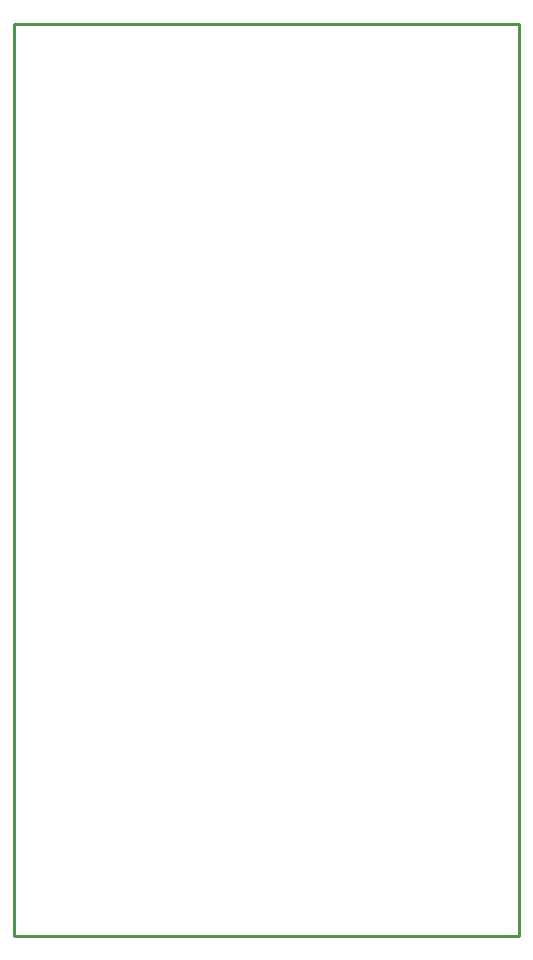
<source format=gko>
G04 Layer: BoardOutlineLayer*
G04 EasyEDA v6.5.22, 2023-04-27 12:34:47*
G04 779951e368854bcf816121ffef92272d,e59a714fa63a4c4d88f0ac6658be742b,10*
G04 Gerber Generator version 0.2*
G04 Scale: 100 percent, Rotated: No, Reflected: No *
G04 Dimensions in millimeters *
G04 leading zeros omitted , absolute positions ,4 integer and 5 decimal *
%FSLAX45Y45*%
%MOMM*%

%ADD10C,0.2540*%
D10*
X0Y0D02*
G01*
X4272000Y0D01*
X4272000Y-7718000D01*
X0Y-7718000D01*
X0Y0D01*

%LPD*%
M02*

</source>
